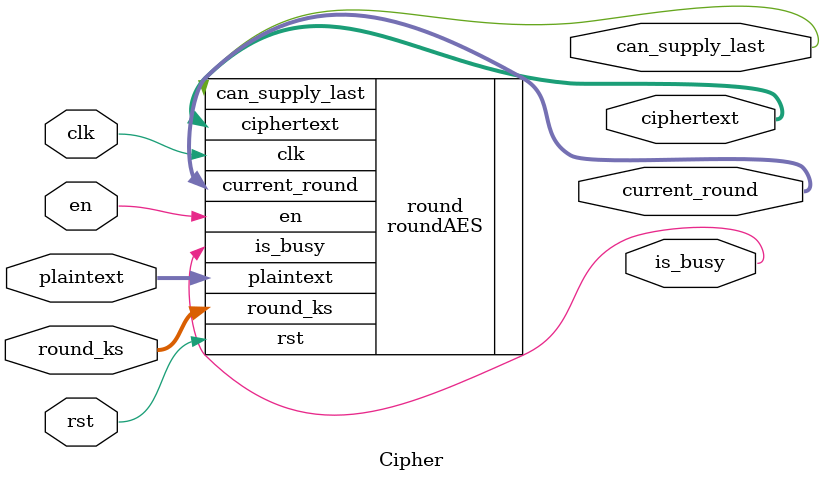
<source format=v>
module Cipher (
	input  clk,
	input  rst,
	input  en,
	input [16*8-1:0] plaintext,
	input [16*8-1:0] round_ks,
	output can_supply_last,
	output [3:0] current_round,
	output [16*8-1:0] ciphertext,
	output is_busy
);


    roundAES round(
        .clk(clk),
        .rst(rst),
        .en(en),
        .plaintext(plaintext),
        .round_ks(round_ks),
        .can_supply_last(can_supply_last),
        .current_round(current_round),
        .ciphertext(ciphertext),
        .is_busy(is_busy)
    );

endmodule

</source>
